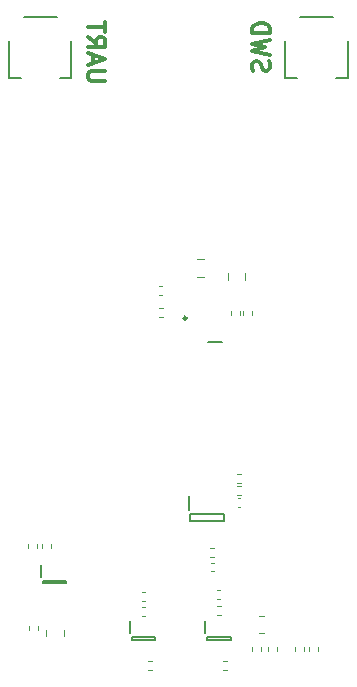
<source format=gbr>
%TF.GenerationSoftware,KiCad,Pcbnew,7.0.7-7.0.7~ubuntu22.04.1*%
%TF.CreationDate,2023-09-18T01:56:03+01:00*%
%TF.ProjectId,cam_delay_meas_photo,63616d5f-6465-46c6-9179-5f6d6561735f,rev?*%
%TF.SameCoordinates,Original*%
%TF.FileFunction,Legend,Bot*%
%TF.FilePolarity,Positive*%
%FSLAX46Y46*%
G04 Gerber Fmt 4.6, Leading zero omitted, Abs format (unit mm)*
G04 Created by KiCad (PCBNEW 7.0.7-7.0.7~ubuntu22.04.1) date 2023-09-18 01:56:03*
%MOMM*%
%LPD*%
G01*
G04 APERTURE LIST*
%ADD10C,0.300000*%
%ADD11C,0.120000*%
%ADD12C,0.200000*%
%ADD13C,0.250000*%
%ADD14C,0.152400*%
G04 APERTURE END LIST*
D10*
X108799171Y-55920489D02*
X107584885Y-55920489D01*
X107584885Y-55920489D02*
X107442028Y-55849060D01*
X107442028Y-55849060D02*
X107370600Y-55777632D01*
X107370600Y-55777632D02*
X107299171Y-55634774D01*
X107299171Y-55634774D02*
X107299171Y-55349060D01*
X107299171Y-55349060D02*
X107370600Y-55206203D01*
X107370600Y-55206203D02*
X107442028Y-55134774D01*
X107442028Y-55134774D02*
X107584885Y-55063346D01*
X107584885Y-55063346D02*
X108799171Y-55063346D01*
X107727742Y-54420488D02*
X107727742Y-53706203D01*
X107299171Y-54563345D02*
X108799171Y-54063345D01*
X108799171Y-54063345D02*
X107299171Y-53563345D01*
X107299171Y-52206203D02*
X108013457Y-52706203D01*
X107299171Y-53063346D02*
X108799171Y-53063346D01*
X108799171Y-53063346D02*
X108799171Y-52491917D01*
X108799171Y-52491917D02*
X108727742Y-52349060D01*
X108727742Y-52349060D02*
X108656314Y-52277631D01*
X108656314Y-52277631D02*
X108513457Y-52206203D01*
X108513457Y-52206203D02*
X108299171Y-52206203D01*
X108299171Y-52206203D02*
X108156314Y-52277631D01*
X108156314Y-52277631D02*
X108084885Y-52349060D01*
X108084885Y-52349060D02*
X108013457Y-52491917D01*
X108013457Y-52491917D02*
X108013457Y-53063346D01*
X108799171Y-51777631D02*
X108799171Y-50920489D01*
X107299171Y-51349060D02*
X108799171Y-51349060D01*
X121320600Y-55066917D02*
X121249171Y-54852632D01*
X121249171Y-54852632D02*
X121249171Y-54495489D01*
X121249171Y-54495489D02*
X121320600Y-54352632D01*
X121320600Y-54352632D02*
X121392028Y-54281203D01*
X121392028Y-54281203D02*
X121534885Y-54209774D01*
X121534885Y-54209774D02*
X121677742Y-54209774D01*
X121677742Y-54209774D02*
X121820600Y-54281203D01*
X121820600Y-54281203D02*
X121892028Y-54352632D01*
X121892028Y-54352632D02*
X121963457Y-54495489D01*
X121963457Y-54495489D02*
X122034885Y-54781203D01*
X122034885Y-54781203D02*
X122106314Y-54924060D01*
X122106314Y-54924060D02*
X122177742Y-54995489D01*
X122177742Y-54995489D02*
X122320600Y-55066917D01*
X122320600Y-55066917D02*
X122463457Y-55066917D01*
X122463457Y-55066917D02*
X122606314Y-54995489D01*
X122606314Y-54995489D02*
X122677742Y-54924060D01*
X122677742Y-54924060D02*
X122749171Y-54781203D01*
X122749171Y-54781203D02*
X122749171Y-54424060D01*
X122749171Y-54424060D02*
X122677742Y-54209774D01*
X122749171Y-53709775D02*
X121249171Y-53352632D01*
X121249171Y-53352632D02*
X122320600Y-53066918D01*
X122320600Y-53066918D02*
X121249171Y-52781203D01*
X121249171Y-52781203D02*
X122749171Y-52424061D01*
X121249171Y-51852632D02*
X122749171Y-51852632D01*
X122749171Y-51852632D02*
X122749171Y-51495489D01*
X122749171Y-51495489D02*
X122677742Y-51281203D01*
X122677742Y-51281203D02*
X122534885Y-51138346D01*
X122534885Y-51138346D02*
X122392028Y-51066917D01*
X122392028Y-51066917D02*
X122106314Y-50995489D01*
X122106314Y-50995489D02*
X121892028Y-50995489D01*
X121892028Y-50995489D02*
X121606314Y-51066917D01*
X121606314Y-51066917D02*
X121463457Y-51138346D01*
X121463457Y-51138346D02*
X121320600Y-51281203D01*
X121320600Y-51281203D02*
X121249171Y-51495489D01*
X121249171Y-51495489D02*
X121249171Y-51852632D01*
D11*
%TO.C,C2*%
X120232836Y-91985000D02*
X120017164Y-91985000D01*
X120232836Y-91265000D02*
X120017164Y-91265000D01*
D12*
%TO.C,Q3*%
X117225000Y-101675000D02*
X117225000Y-102675000D01*
X119400000Y-103025000D02*
X117400000Y-103025000D01*
X117400000Y-103025000D02*
X117400000Y-103225000D01*
X119400000Y-103225000D02*
X119400000Y-103025000D01*
X117400000Y-103225000D02*
X119400000Y-103225000D01*
D11*
%TO.C,R19*%
X118221359Y-99020000D02*
X118528641Y-99020000D01*
X118221359Y-99780000D02*
X118528641Y-99780000D01*
%TO.C,R4*%
X121772936Y-101215000D02*
X122227064Y-101215000D01*
X121772936Y-102685000D02*
X122227064Y-102685000D01*
%TO.C,R10*%
X111881359Y-99195000D02*
X112188641Y-99195000D01*
X111881359Y-99955000D02*
X112188641Y-99955000D01*
%TO.C,R22*%
X103055000Y-102096359D02*
X103055000Y-102403641D01*
X102295000Y-102096359D02*
X102295000Y-102403641D01*
D13*
%TO.C,IC1*%
X115675000Y-75987500D02*
G75*
G03*
X115675000Y-75987500I-125000J0D01*
G01*
D11*
%TO.C,R3*%
X105260000Y-102422936D02*
X105260000Y-102877064D01*
X103790000Y-102422936D02*
X103790000Y-102877064D01*
%TO.C,R7*%
X120253641Y-89930000D02*
X119946359Y-89930000D01*
X120253641Y-89170000D02*
X119946359Y-89170000D01*
%TO.C,R11*%
X112188641Y-101230000D02*
X111881359Y-101230000D01*
X112188641Y-100470000D02*
X111881359Y-100470000D01*
%TO.C,C4*%
X117982836Y-97410000D02*
X117767164Y-97410000D01*
X117982836Y-96690000D02*
X117767164Y-96690000D01*
D12*
%TO.C,Q1*%
X103325000Y-96900000D02*
X103325000Y-97900000D01*
X105500000Y-98250000D02*
X103500000Y-98250000D01*
X103500000Y-98250000D02*
X103500000Y-98450000D01*
X105500000Y-98450000D02*
X105500000Y-98250000D01*
X103500000Y-98450000D02*
X105500000Y-98450000D01*
D11*
%TO.C,C1*%
X119190000Y-72736252D02*
X119190000Y-72213748D01*
X120660000Y-72736252D02*
X120660000Y-72213748D01*
%TO.C,R8*%
X119971359Y-90220000D02*
X120278641Y-90220000D01*
X119971359Y-90980000D02*
X120278641Y-90980000D01*
%TO.C,R2*%
X102980000Y-95146359D02*
X102980000Y-95453641D01*
X102220000Y-95146359D02*
X102220000Y-95453641D01*
%TO.C,R1*%
X103470000Y-95453641D02*
X103470000Y-95146359D01*
X104230000Y-95453641D02*
X104230000Y-95146359D01*
%TO.C,R20*%
X118553641Y-101155000D02*
X118246359Y-101155000D01*
X118553641Y-100395000D02*
X118246359Y-100395000D01*
D12*
%TO.C,IC2*%
X115900000Y-91025000D02*
X115900000Y-92225000D01*
X118850000Y-92575000D02*
X115950000Y-92575000D01*
X115950000Y-92575000D02*
X115950000Y-93175000D01*
X118850000Y-93175000D02*
X118850000Y-92575000D01*
X115950000Y-93175000D02*
X118850000Y-93175000D01*
D11*
%TO.C,R15*%
X126070000Y-104178641D02*
X126070000Y-103871359D01*
X126830000Y-104178641D02*
X126830000Y-103871359D01*
%TO.C,R5*%
X113336359Y-75169000D02*
X113643641Y-75169000D01*
X113336359Y-75929000D02*
X113643641Y-75929000D01*
%TO.C,R17*%
X122545000Y-104178641D02*
X122545000Y-103871359D01*
X123305000Y-104178641D02*
X123305000Y-103871359D01*
%TO.C,R6*%
X113311359Y-73269000D02*
X113618641Y-73269000D01*
X113311359Y-74029000D02*
X113618641Y-74029000D01*
D12*
%TO.C,Q2*%
X110850000Y-101675000D02*
X110850000Y-102675000D01*
X113025000Y-103025000D02*
X111025000Y-103025000D01*
X111025000Y-103025000D02*
X111025000Y-103225000D01*
X113025000Y-103225000D02*
X113025000Y-103025000D01*
X111025000Y-103225000D02*
X113025000Y-103225000D01*
%TO.C,IC3*%
X118650000Y-78000000D02*
X117450000Y-78000000D01*
D11*
%TO.C,C3*%
X116588748Y-71015000D02*
X117111252Y-71015000D01*
X116588748Y-72485000D02*
X117111252Y-72485000D01*
D14*
%TO.C,J4*%
X124048000Y-55677001D02*
X124048000Y-52534440D01*
X125037459Y-55677001D02*
X124048000Y-55677001D01*
X125304640Y-50473001D02*
X128045360Y-50473001D01*
X129302000Y-52534440D02*
X129302000Y-55677001D01*
X129302000Y-55677001D02*
X128312541Y-55677001D01*
D11*
%TO.C,R14*%
X119470000Y-75703641D02*
X119470000Y-75396359D01*
X120230000Y-75703641D02*
X120230000Y-75396359D01*
%TO.C,R18*%
X121245000Y-104178641D02*
X121245000Y-103871359D01*
X122005000Y-104178641D02*
X122005000Y-103871359D01*
%TO.C,R13*%
X120435000Y-75693641D02*
X120435000Y-75386359D01*
X121195000Y-75693641D02*
X121195000Y-75386359D01*
%TO.C,R16*%
X124845000Y-104178641D02*
X124845000Y-103871359D01*
X125605000Y-104178641D02*
X125605000Y-103871359D01*
%TO.C,R9*%
X117686359Y-95420000D02*
X117993641Y-95420000D01*
X117686359Y-96180000D02*
X117993641Y-96180000D01*
D14*
%TO.C,J3*%
X100673000Y-55677001D02*
X100673000Y-52534440D01*
X101662459Y-55677001D02*
X100673000Y-55677001D01*
X101929640Y-50473001D02*
X104670360Y-50473001D01*
X105927000Y-52534440D02*
X105927000Y-55677001D01*
X105927000Y-55677001D02*
X104937541Y-55677001D01*
D11*
%TO.C,R21*%
X118746359Y-105020000D02*
X119053641Y-105020000D01*
X118746359Y-105780000D02*
X119053641Y-105780000D01*
%TO.C,R12*%
X112396359Y-105020000D02*
X112703641Y-105020000D01*
X112396359Y-105780000D02*
X112703641Y-105780000D01*
%TD*%
M02*

</source>
